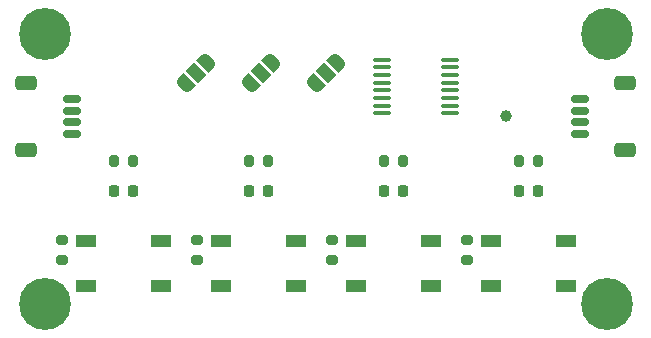
<source format=gts>
%TF.GenerationSoftware,KiCad,Pcbnew,7.0.7*%
%TF.CreationDate,2023-10-15T17:36:15+02:00*%
%TF.ProjectId,io_expander,696f5f65-7870-4616-9e64-65722e6b6963,1.1*%
%TF.SameCoordinates,PX3c8eee0PY3c8eee0*%
%TF.FileFunction,Soldermask,Top*%
%TF.FilePolarity,Negative*%
%FSLAX46Y46*%
G04 Gerber Fmt 4.6, Leading zero omitted, Abs format (unit mm)*
G04 Created by KiCad (PCBNEW 7.0.7) date 2023-10-15 17:36:15*
%MOMM*%
%LPD*%
G01*
G04 APERTURE LIST*
G04 Aperture macros list*
%AMRoundRect*
0 Rectangle with rounded corners*
0 $1 Rounding radius*
0 $2 $3 $4 $5 $6 $7 $8 $9 X,Y pos of 4 corners*
0 Add a 4 corners polygon primitive as box body*
4,1,4,$2,$3,$4,$5,$6,$7,$8,$9,$2,$3,0*
0 Add four circle primitives for the rounded corners*
1,1,$1+$1,$2,$3*
1,1,$1+$1,$4,$5*
1,1,$1+$1,$6,$7*
1,1,$1+$1,$8,$9*
0 Add four rect primitives between the rounded corners*
20,1,$1+$1,$2,$3,$4,$5,0*
20,1,$1+$1,$4,$5,$6,$7,0*
20,1,$1+$1,$6,$7,$8,$9,0*
20,1,$1+$1,$8,$9,$2,$3,0*%
%AMRotRect*
0 Rectangle, with rotation*
0 The origin of the aperture is its center*
0 $1 length*
0 $2 width*
0 $3 Rotation angle, in degrees counterclockwise*
0 Add horizontal line*
21,1,$1,$2,0,0,$3*%
%AMFreePoly0*
4,1,19,0.550000,-0.750000,0.000000,-0.750000,0.000000,-0.744912,-0.071157,-0.744911,-0.207708,-0.704816,-0.327430,-0.627875,-0.420627,-0.520320,-0.479746,-0.390866,-0.500000,-0.250000,-0.500000,0.250000,-0.479746,0.390866,-0.420627,0.520320,-0.327430,0.627875,-0.207708,0.704816,-0.071157,0.744911,0.000000,0.744912,0.000000,0.750000,0.550000,0.750000,0.550000,-0.750000,0.550000,-0.750000,
$1*%
%AMFreePoly1*
4,1,19,0.000000,0.744912,0.071157,0.744911,0.207708,0.704816,0.327430,0.627875,0.420627,0.520320,0.479746,0.390866,0.500000,0.250000,0.500000,-0.250000,0.479746,-0.390866,0.420627,-0.520320,0.327430,-0.627875,0.207708,-0.704816,0.071157,-0.744911,0.000000,-0.744912,0.000000,-0.750000,-0.550000,-0.750000,-0.550000,0.750000,0.000000,0.750000,0.000000,0.744912,0.000000,0.744912,
$1*%
G04 Aperture macros list end*
%ADD10RoundRect,0.200000X0.200000X0.275000X-0.200000X0.275000X-0.200000X-0.275000X0.200000X-0.275000X0*%
%ADD11FreePoly0,45.000000*%
%ADD12RotRect,1.000000X1.500000X45.000000*%
%ADD13FreePoly1,45.000000*%
%ADD14R,1.700000X1.000000*%
%ADD15RoundRect,0.150000X-0.625000X0.150000X-0.625000X-0.150000X0.625000X-0.150000X0.625000X0.150000X0*%
%ADD16RoundRect,0.250000X-0.650000X0.350000X-0.650000X-0.350000X0.650000X-0.350000X0.650000X0.350000X0*%
%ADD17RoundRect,0.200000X-0.275000X0.200000X-0.275000X-0.200000X0.275000X-0.200000X0.275000X0.200000X0*%
%ADD18RoundRect,0.218750X0.218750X0.256250X-0.218750X0.256250X-0.218750X-0.256250X0.218750X-0.256250X0*%
%ADD19C,1.000000*%
%ADD20C,0.700000*%
%ADD21C,4.400000*%
%ADD22RoundRect,0.100000X-0.637500X-0.100000X0.637500X-0.100000X0.637500X0.100000X-0.637500X0.100000X0*%
%ADD23RoundRect,0.150000X0.625000X-0.150000X0.625000X0.150000X-0.625000X0.150000X-0.625000X-0.150000X0*%
%ADD24RoundRect,0.250000X0.650000X-0.350000X0.650000X0.350000X-0.650000X0.350000X-0.650000X-0.350000X0*%
G04 APERTURE END LIST*
D10*
%TO.C,R2*%
X22097500Y-13970000D03*
X20447500Y-13970000D03*
%TD*%
D11*
%TO.C,JP1*%
X15068261Y-7419239D03*
D12*
X15987500Y-6500000D03*
D13*
X16906739Y-5580761D03*
%TD*%
D11*
%TO.C,JP3*%
X26068261Y-7419239D03*
D12*
X26987500Y-6500000D03*
D13*
X27906739Y-5580761D03*
%TD*%
D14*
%TO.C,SW3*%
X29552500Y-20706000D03*
X35852500Y-20706000D03*
X29552500Y-24506000D03*
X35852500Y-24506000D03*
%TD*%
D15*
%TO.C,J1*%
X5492500Y-8660000D03*
X5492500Y-9660000D03*
X5492500Y-10660000D03*
X5492500Y-11660000D03*
D16*
X1617500Y-7360000D03*
X1617500Y-12960000D03*
%TD*%
D17*
%TO.C,R6*%
X16087500Y-20625000D03*
X16087500Y-22275000D03*
%TD*%
D18*
%TO.C,D1*%
X10630000Y-16510000D03*
X9055000Y-16510000D03*
%TD*%
D17*
%TO.C,R5*%
X4637500Y-20625000D03*
X4637500Y-22275000D03*
%TD*%
D14*
%TO.C,SW2*%
X18122500Y-20706000D03*
X24422500Y-20706000D03*
X18122500Y-24506000D03*
X24422500Y-24506000D03*
%TD*%
D18*
%TO.C,D4*%
X44920000Y-16510000D03*
X43345000Y-16510000D03*
%TD*%
D17*
%TO.C,R7*%
X27487500Y-20625000D03*
X27487500Y-22275000D03*
%TD*%
D11*
%TO.C,JP2*%
X20568261Y-7419239D03*
D12*
X21487500Y-6500000D03*
D13*
X22406739Y-5580761D03*
%TD*%
D19*
%TO.C,TP1*%
X42227500Y-10160000D03*
%TD*%
D18*
%TO.C,D2*%
X22060000Y-16510000D03*
X20485000Y-16510000D03*
%TD*%
D20*
%TO.C,REF\u002A\u002A*%
X1537700Y-26035000D03*
X2020974Y-24868274D03*
X2020974Y-27201726D03*
X3187700Y-24385000D03*
D21*
X3187700Y-26035000D03*
D20*
X3187700Y-27685000D03*
X4354426Y-24868274D03*
X4354426Y-27201726D03*
X4837700Y-26035000D03*
%TD*%
D10*
%TO.C,R4*%
X44957500Y-13970000D03*
X43307500Y-13970000D03*
%TD*%
D22*
%TO.C,U1*%
X31745000Y-5345000D03*
X31745000Y-5995000D03*
X31745000Y-6645000D03*
X31745000Y-7295000D03*
X31745000Y-7945000D03*
X31745000Y-8595000D03*
X31745000Y-9245000D03*
X31745000Y-9895000D03*
X37470000Y-9895000D03*
X37470000Y-9245000D03*
X37470000Y-8595000D03*
X37470000Y-7945000D03*
X37470000Y-7295000D03*
X37470000Y-6645000D03*
X37470000Y-5995000D03*
X37470000Y-5345000D03*
%TD*%
D10*
%TO.C,R1*%
X10667500Y-13970000D03*
X9017500Y-13970000D03*
%TD*%
D20*
%TO.C,REF\u002A\u002A*%
X49162700Y-26035000D03*
X49645974Y-24868274D03*
X49645974Y-27201726D03*
X50812700Y-24385000D03*
D21*
X50812700Y-26035000D03*
D20*
X50812700Y-27685000D03*
X51979426Y-24868274D03*
X51979426Y-27201726D03*
X52462700Y-26035000D03*
%TD*%
D14*
%TO.C,SW1*%
X6692500Y-20706000D03*
X12992500Y-20706000D03*
X6692500Y-24506000D03*
X12992500Y-24506000D03*
%TD*%
D17*
%TO.C,R8*%
X38937500Y-20625000D03*
X38937500Y-22275000D03*
%TD*%
D23*
%TO.C,J2*%
X48482500Y-11660000D03*
X48482500Y-10660000D03*
X48482500Y-9660000D03*
X48482500Y-8660000D03*
D24*
X52357500Y-12960000D03*
X52357500Y-7360000D03*
%TD*%
D10*
%TO.C,R3*%
X33527500Y-13970000D03*
X31877500Y-13970000D03*
%TD*%
D14*
%TO.C,SW4*%
X40982500Y-20706000D03*
X47282500Y-20706000D03*
X40982500Y-24506000D03*
X47282500Y-24506000D03*
%TD*%
D18*
%TO.C,D3*%
X33490000Y-16510000D03*
X31915000Y-16510000D03*
%TD*%
D20*
%TO.C,REF\u002A\u002A*%
X1537700Y-3175000D03*
X2020974Y-2008274D03*
X2020974Y-4341726D03*
X3187700Y-1525000D03*
D21*
X3187700Y-3175000D03*
D20*
X3187700Y-4825000D03*
X4354426Y-2008274D03*
X4354426Y-4341726D03*
X4837700Y-3175000D03*
%TD*%
%TO.C,REF\u002A\u002A*%
X49162700Y-3175000D03*
X49645974Y-2008274D03*
X49645974Y-4341726D03*
X50812700Y-1525000D03*
D21*
X50812700Y-3175000D03*
D20*
X50812700Y-4825000D03*
X51979426Y-2008274D03*
X51979426Y-4341726D03*
X52462700Y-3175000D03*
%TD*%
M02*

</source>
